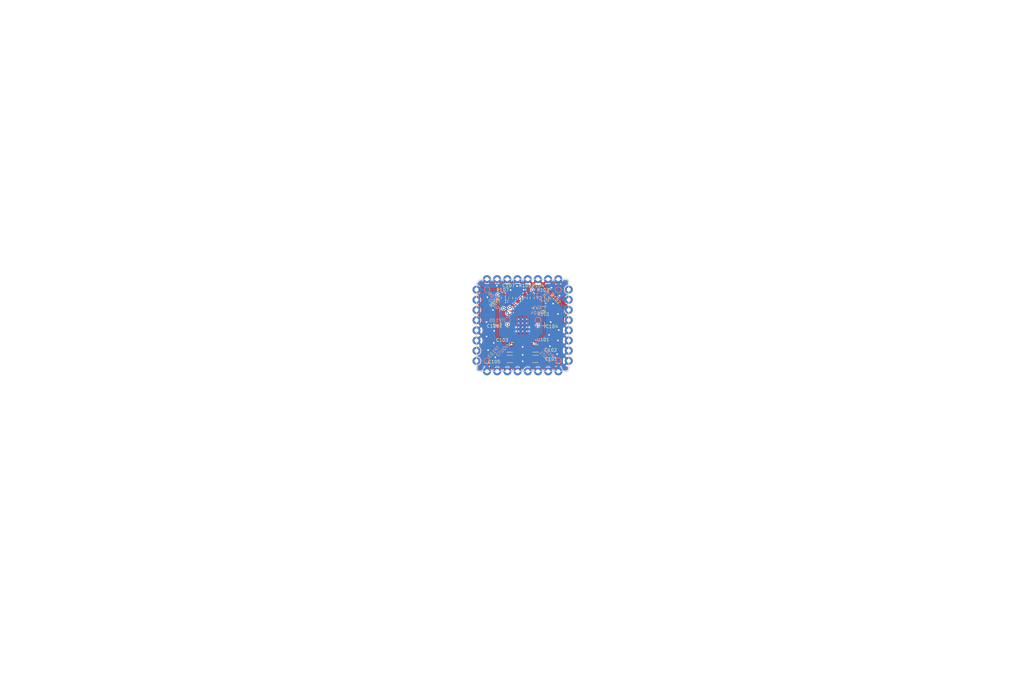
<source format=kicad_pcb>
(kicad_pcb (version 20240108) (generator "pcbnew") (generator_version "8.0")
  (title_block (title "bac EPS TPSM5D1806 Buck Module v1") (date "2025-01-15") (rev "1") (company "Build a CubeSat") (comment 1 "Manuel Imboden") (comment 2 "CC BY-SA 4.0") (comment 3 "https://buildacubesat.space"))
  (layers (0 "F.Cu" power) (1 "In1.Cu" signal) (2 "In2.Cu" signal) (31 "B.Cu" signal) (34 "B.Paste" user) (35 "F.Paste" user) (36 "B.SilkS" user "B.Silkscreen") (37 "F.SilkS" user "F.Silkscreen") (38 "B.Mask" user) (39 "F.Mask" user) (44 "Edge.Cuts" user))
  (net 0 "")
  (net 1 "GND")
  (net 3 "/VOUT2")
  (net 4 "Net-(U101-BP5)")
  (net 5 "GNDA")
  (net 6 "/VOUT1")
  (net 7 "/VIN")
  (net 9 "/PGOOD1")
  (net 11 "/EN1")
  (net 12 "/EN2")
  (net 13 "/FB2")
  (net 14 "/MODE2")
  (net 15 "/MODE1")
  (net 16 "/FB1")
  (net 17 "/SW1")
  (net 18 "/SW2")
  (footprint "Capacitor_SMD:C_1206_3216Metric" (layer "F.Cu") (at 154.6 100 -90)
    (property "Reference" "C104" (at 0.3 -2.7 180) (layer "F.SilkS") (effects (font (size 0.8 0.8) (thickness 0.1))))
    (property "Value" "100u")
    (fp_line (start -0.711252 0.91) (end 0.711252 0.91) (stroke (width 0.12)) (layer "F.SilkS"))
    (fp_line (start -0.711252 -0.91) (end 0.711252 -0.91) (stroke (width 0.12)) (layer "F.SilkS"))
    (pad "1" smd roundrect (at -1.475001 0 270) (size 1.15 1.8) (layers "F.Cu" "F.Paste" "F.Mask") (roundrect_rratio 0.217391) (net 7 "/VIN"))
    (pad "2" smd roundrect (at 1.475001 0 270) (size 1.15 1.8) (layers "F.Cu" "F.Paste" "F.Mask") (roundrect_rratio 0.217391) (net 1 "GND"))
  )
  (footprint "Capacitor_SMD:C_0603_1608Metric" (layer "F.Cu") (at 148.8 93.2 90)
    (property "Reference" "C107" (at 3.1 -2.3 180) (layer "F.SilkS") (effects (font (size 0.8 0.8) (thickness 0.1))))
    (property "Value" "10u")
    (fp_line (start -0.140581 -0.51) (end 0.140581 -0.51) (stroke (width 0.12)) (layer "F.SilkS"))
    (fp_line (start -0.140581 0.51) (end 0.140581 0.51) (stroke (width 0.12)) (layer "F.SilkS"))
    (pad "1" smd roundrect (at -0.775 0 90) (size 0.9 0.95) (layers "F.Cu" "F.Paste" "F.Mask") (net 4 "Net-(U101-BP5)"))
    (pad "2" smd roundrect (at 0.775 0 90) (size 0.9 0.95) (layers "F.Cu" "F.Paste" "F.Mask") (net 5 "GNDA"))
  )
  (footprint "Resistor_SMD:R_0603_1608Metric" (layer "F.Cu") (at 156 93.2 90)
    (property "Reference" "R102" (at -0.2 2.2 135) (layer "F.SilkS") (effects (font (size 0.8 0.8) (thickness 0.1))))
    (property "Value" "15k4")
    (fp_line (start -0.237258 -0.5225) (end 0.237258 -0.5225) (stroke (width 0.12)) (layer "F.SilkS"))
    (fp_line (start -0.237258 0.5225) (end 0.237258 0.5225) (stroke (width 0.12)) (layer "F.SilkS"))
    (pad "1" smd roundrect (at -0.825 0 90) (size 0.8 0.95) (layers "F.Cu" "F.Paste" "F.Mask") (net 15 "/MODE1"))
    (pad "2" smd roundrect (at 0.825 0 90) (size 0.8 0.95) (layers "F.Cu" "F.Paste" "F.Mask") (net 5 "GNDA"))
  )
  (footprint "Capacitor_SMD:C_1206_3216Metric" (layer "F.Cu") (at 146.8 108.4 180)
    (property "Reference" "C105" (at 3.9 -0.7 0) (layer "F.SilkS") (effects (font (size 0.8 0.8) (thickness 0.1))))
    (property "Value" "100u")
    (fp_line (start -0.711252 0.91) (end 0.711252 0.91) (stroke (width 0.12)) (layer "F.SilkS"))
    (fp_line (start -0.711252 -0.91) (end 0.711252 -0.91) (stroke (width 0.12)) (layer "F.SilkS"))
    (pad "1" smd roundrect (at -1.475001 0 180) (size 1.15 1.8) (layers "F.Cu" "F.Paste" "F.Mask") (roundrect_rratio 0.217391) (net 3 "/VOUT2"))
    (pad "2" smd roundrect (at 1.475001 0 180) (size 1.15 1.8) (layers "F.Cu" "F.Paste" "F.Mask") (roundrect_rratio 0.217391) (net 1 "GND"))
  )
  (footprint "Resistor_SMD:R_0603_1608Metric" (layer "F.Cu") (at 152.4 93.2 90)
    (property "Reference" "R104" (at 3.1 1.4 180) (layer "F.SilkS") (effects (font (size 0.8 0.8) (thickness 0.1))))
    (property "Value" "56k")
    (fp_line (start -0.237258 -0.5225) (end 0.237258 -0.5225) (stroke (width 0.12)) (layer "F.SilkS"))
    (fp_line (start -0.237258 0.5225) (end 0.237258 0.5225) (stroke (width 0.12)) (layer "F.SilkS"))
    (pad "1" smd roundrect (at -0.825 0 90) (size 0.8 0.95) (layers "F.Cu" "F.Paste" "F.Mask") (net 16 "/FB1"))
    (pad "2" smd roundrect (at 0.825 0 90) (size 0.8 0.95) (layers "F.Cu" "F.Paste" "F.Mask") (net 6 "/VOUT1"))
  )
  (footprint "Resistor_SMD:R_0603_1608Metric" (layer "F.Cu") (at 147 93.2 90)
    (property "Reference" "R107" (at 2 -2 180) (layer "F.SilkS") (effects (font (size 0.8 0.8) (thickness 0.1))))
    (property "Value" "10k")
    (fp_line (start -0.237258 -0.5225) (end 0.237258 -0.5225) (stroke (width 0.12)) (layer "F.SilkS"))
    (fp_line (start -0.237258 0.5225) (end 0.237258 0.5225) (stroke (width 0.12)) (layer "F.SilkS"))
    (pad "1" smd roundrect (at -0.825 0 90) (size 0.8 0.95) (layers "F.Cu" "F.Paste" "F.Mask") (net 13 "/FB2"))
    (pad "2" smd roundrect (at 0.825 0 90) (size 0.8 0.95) (layers "F.Cu" "F.Paste" "F.Mask") (net 1 "GND"))
  )
  (footprint "Resistor_SMD:R_0603_1608Metric" (layer "F.Cu") (at 155.2 95.8 180)
    (property "Reference" "R101" (at 0 -1.43 360) (layer "F.SilkS") (effects (font (size 0.8 0.8) (thickness 0.1))))
    (property "Value" "10k")
    (fp_line (start -0.237258 0.5225) (end 0.237258 0.5225) (stroke (width 0.12)) (layer "F.SilkS"))
    (fp_line (start -0.237258 -0.5225) (end 0.237258 -0.5225) (stroke (width 0.12)) (layer "F.SilkS"))
    (pad "1" smd roundrect (at -0.825 0 180) (size 0.8 0.95) (layers "F.Cu" "F.Paste" "F.Mask") (net 15 "/MODE1"))
    (pad "2" smd roundrect (at 0.825 0 180) (size 0.8 0.95) (layers "F.Cu" "F.Paste" "F.Mask") (net 14 "/MODE2"))
  )
  (footprint "bac EPS v1:TI-TPSM5D1806RDBR" (layer "F.Cu") (at 150 100)
    (property "Reference" "U101" (at 5.1 3.6 0) (layer "F.SilkS") (effects (font (size 0.8 0.8) (thickness 0.1))))
    (property "Value" "TI TPSM5D1806RDBR")
    (fp_line (start -2.799999 -4.299999) (end -2.250001 -4.299999) (stroke (width 0.15)) (layer "F.SilkS"))
    (fp_line (start -2.799999 -4.250009) (end -2.799999 -4.299999) (stroke (width 0.15)) (layer "F.SilkS"))
    (fp_line (start -2.799999 4.299999) (end -2.799999 4.250009) (stroke (width 0.15)) (layer "F.SilkS"))
    (fp_line (start -2.799999 4.299999) (end -2.250001 4.299999) (stroke (width 0.15)) (layer "F.SilkS"))
    (fp_line (start 2.250001 -4.299999) (end 2.799999 -4.299999) (stroke (width 0.15)) (layer "F.SilkS"))
    (fp_line (start 2.250001 4.299999) (end 2.799999 4.299999) (stroke (width 0.15)) (layer "F.SilkS"))
    (fp_line (start 2.799999 -4.250009) (end 2.799999 -4.299999) (stroke (width 0.15)) (layer "F.SilkS"))
    (fp_line (start 2.799999 4.299999) (end 2.799999 4.250009) (stroke (width 0.15)) (layer "F.SilkS"))
    (fp_circle (center -3.524999 -3.524999) (end -3.399998 -3.524999) (stroke (width 0.25)) (fill none) (layer "F.SilkS"))
    (pad "1" smd custom (at -2.267499 -3.5625) (size 0.256499 0.256499) (layers "F.Cu" "F.Mask") (net 12 "/EN2") (options (clearance outline) (anchor rect)) (primitives (gr_poly (pts (xy -0.687501 -0.061501) (xy -0.687501 0.137501) (xy -0.636501 0.1875) (xy 0.0925 0.1875) (xy 0.142502 0.1365) (xy 0.142499 -0.262499) (xy 0.091499 -0.312501) (xy -0.1075 -0.312501) (xy -0.1575 -0.2615) (xy -0.1575 -0.1635) (xy -0.2075 -0.112499) (xy -0.6325 -0.112499)) (width 0) (fill yes))))
    (pad "2" smd rect (at -2.6 -2.999999) (size 0.700001 0.249999) (layers "F.Cu" "F.Paste" "F.Mask"))
    (pad "3" smd rect (at -2.6 -2.5) (size 0.700001 0.249999) (layers "F.Cu" "F.Paste" "F.Mask") (net 9 "/PGOOD1"))
    (pad "4" smd rect (at -2.475 -2.000001) (size 0.95 0.249998) (layers "F.Cu" "F.Paste" "F.Mask") (net 7 "/VIN"))
    (pad "5" smd rect (at -2.475 -1.499998) (size 0.95 0.249994) (layers "F.Cu" "F.Paste" "F.Mask") (net 7 "/VIN"))
    (pad "6" smd rect (at -2.475 -1.000001) (size 0.95 0.249998) (layers "F.Cu" "F.Paste" "F.Mask") (net 7 "/VIN"))
    (pad "7" smd rect (at -2.6 -0.499999) (size 0.700001 0.249999) (layers "F.Cu" "F.Paste" "F.Mask"))
    (pad "8" smd rect (at -2.6 0) (size 0.700001 0.249999) (layers "F.Cu" "F.Paste" "F.Mask"))
    (pad "9" smd rect (at -2.6 0.499999) (size 0.700001 0.249999) (layers "F.Cu" "F.Paste" "F.Mask") (net 18 "/SW2"))
    (pad "10" smd rect (at -2.35 1.000001) (size 1.2 0.249999) (layers "F.Cu" "F.Paste" "F.Mask") (net 1 "GND"))
    (pad "11" smd rect (at -2.35 1.5) (size 1.2 0.249999) (layers "F.Cu" "F.Paste" "F.Mask") (net 1 "GND"))
    (pad "12" smd rect (at -2.35 2.000001) (size 1.2 0.249999) (layers "F.Cu" "F.Paste" "F.Mask") (net 1 "GND"))
    (pad "13" smd rect (at -2.6 2.5) (size 0.700001 0.249999) (layers "F.Cu" "F.Paste" "F.Mask") (net 3 "/VOUT2"))
    (pad "14" smd rect (at -2.6 2.999999) (size 0.700001 0.249999) (layers "F.Cu" "F.Paste" "F.Mask") (net 3 "/VOUT2"))
    (pad "15" smd custom (at -2.267499 3.5625) (size 0.256499 0.256499) (layers "F.Cu" "F.Mask") (net 3 "/VOUT2") (options (clearance outline) (anchor rect)) (primitives (gr_poly (pts (xy -0.687501 0.061501) (xy -0.687501 -0.137501) (xy -0.636501 -0.1875) (xy 0.0925 -0.1875) (xy 0.142502 -0.1365) (xy 0.142499 0.262499) (xy 0.091499 0.312501) (xy -0.1075 0.312501) (xy -0.1575 0.2615) (xy -0.1575 0.1635) (xy -0.2075 0.112499) (xy -0.6325 0.112499)) (width 0) (fill yes))))
    (pad "16" smd rect (at -1.749999 3.85 90) (size 0.700001 0.249999) (layers "F.Cu" "F.Paste" "F.Mask") (net 3 "/VOUT2"))
    (pad "17" smd rect (at -1.25 3.85 90) (size 0.700001 0.249999) (layers "F.Cu" "F.Paste" "F.Mask") (net 3 "/VOUT2"))
    (pad "18" smd rect (at -0.750001 3.85 90) (size 0.700001 0.249999) (layers "F.Cu" "F.Paste" "F.Mask") (net 3 "/VOUT2"))
    (pad "19" smd rect (at -0.25 3.85 90) (size 0.700001 0.249999) (layers "F.Cu" "F.Paste" "F.Mask") (net 3 "/VOUT2"))
    (pad "20" smd rect (at 0.25 3.85 90) (size 0.700001 0.249999) (layers "F.Cu" "F.Paste" "F.Mask") (net 6 "/VOUT1"))
    (pad "21" smd rect (at 0.750001 3.85 90) (size 0.700001 0.249999) (layers "F.Cu" "F.Paste" "F.Mask") (net 6 "/VOUT1"))
    (pad "22" smd rect (at 1.25 3.85 90) (size 0.700001 0.249999) (layers "F.Cu" "F.Paste" "F.Mask") (net 6 "/VOUT1"))
    (pad "23" smd rect (at 1.749999 3.85 90) (size 0.700001 0.249999) (layers "F.Cu" "F.Paste" "F.Mask") (net 6 "/VOUT1"))
    (pad "24" smd custom (at 2.312497 3.5625) (size 0.323647 0.323647) (layers "F.Cu" "F.Mask") (net 6 "/VOUT1") (options (clearance outline) (anchor rect)) (primitives (gr_poly (pts (xy 0.642503 0.061501) (xy 0.642503 -0.137501) (xy 0.591503 -0.1875) (xy -0.137498 -0.1875) (xy -0.1875 -0.1365) (xy -0.187497 0.262499) (xy -0.136497 0.312501) (xy 0.062502 0.312501) (xy 0.112502 0.2615) (xy 0.112505 0.1635) (xy 0.162502 0.112499) (xy 0.587502 0.112499)) (width 0) (fill yes))))
    (pad "25" smd rect (at 2.6 2.999999) (size 0.700001 0.249999) (layers "F.Cu" "F.Paste" "F.Mask") (net 6 "/VOUT1"))
    (pad "26" smd rect (at 2.6 2.5) (size 0.700001 0.249999) (layers "F.Cu" "F.Paste" "F.Mask") (net 6 "/VOUT1"))
    (pad "27" smd rect (at 2.35 2.000001) (size 1.2 0.249999) (layers "F.Cu" "F.Paste" "F.Mask") (net 1 "GND"))
    (pad "28" smd rect (at 2.35 1.5) (size 1.2 0.249999) (layers "F.Cu" "F.Paste" "F.Mask") (net 1 "GND"))
    (pad "29" smd rect (at 2.35 1.000001) (size 1.2 0.249999) (layers "F.Cu" "F.Paste" "F.Mask") (net 1 "GND"))
    (pad "30" smd rect (at 2.6 0.499999) (size 0.700001 0.249999) (layers "F.Cu" "F.Paste" "F.Mask") (net 17 "/SW1"))
    (pad "31" smd rect (at 2.6 0) (size 0.700001 0.249999) (layers "F.Cu" "F.Paste" "F.Mask"))
    (pad "32" smd rect (at 2.6 -0.499999) (size 0.700001 0.249999) (layers "F.Cu" "F.Paste" "F.Mask"))
    (pad "33" smd rect (at 2.475 -1.000001) (size 0.95 0.249998) (layers "F.Cu" "F.Paste" "F.Mask") (net 7 "/VIN"))
    (pad "34" smd rect (at 2.475 -1.499999) (size 0.95 0.249996) (layers "F.Cu" "F.Paste" "F.Mask") (net 7 "/VIN"))
    (pad "35" smd rect (at 2.475 -2.000001) (size 0.95 0.249998) (layers "F.Cu" "F.Paste" "F.Mask") (net 7 "/VIN"))
    (pad "36" smd rect (at 2.6 -2.5) (size 0.700001 0.249999) (layers "F.Cu" "F.Paste" "F.Mask"))
    (pad "37" smd rect (at 2.6 -2.999999) (size 0.700001 0.249999) (layers "F.Cu" "F.Paste" "F.Mask") (net 15 "/MODE1"))
    (pad "38" smd custom (at 2.312497 -3.5625) (size 0.323647 0.323647) (layers "F.Cu" "F.Mask") (net 14 "/MODE2") (options (clearance outline) (anchor rect)) (primitives (gr_poly (pts (xy 0.642503 -0.061501) (xy 0.642503 0.137501) (xy 0.591503 0.1875) (xy -0.137498 0.1875) (xy -0.1875 0.1365) (xy -0.187497 -0.262499) (xy -0.136497 -0.312501) (xy 0.062502 -0.312501) (xy 0.112502 -0.2615) (xy 0.112502 -0.1635) (xy 0.162502 -0.112499) (xy 0.587502 -0.112499)) (width 0) (fill yes))))
    (pad "39" smd rect (at 1.749999 -3.85 90) (size 0.700001 0.249999) (layers "F.Cu" "F.Paste" "F.Mask"))
    (pad "40" smd rect (at 1.25 -3.85 90) (size 0.700001 0.249999) (layers "F.Cu" "F.Paste" "F.Mask") (net 16 "/FB1"))
    (pad "41" smd rect (at 0.750001 -3.85 90) (size 0.700001 0.249999) (layers "F.Cu" "F.Paste" "F.Mask") (net 5 "GNDA"))
    (pad "42" smd rect (at 0.25 -3.85 90) (size 0.700001 0.249999) (layers "F.Cu" "F.Paste" "F.Mask") (net 5 "GNDA"))
    (pad "43" smd rect (at -0.25 -3.85 90) (size 0.700001 0.249999) (layers "F.Cu" "F.Paste" "F.Mask") (net 5 "GNDA"))
    (pad "44" smd rect (at -0.750001 -3.85 90) (size 0.700001 0.249999) (layers "F.Cu" "F.Paste" "F.Mask") (net 4 "Net-(U101-BP5)"))
    (pad "45" smd rect (at -1.25 -3.85 90) (size 0.700001 0.249999) (layers "F.Cu" "F.Paste" "F.Mask") (net 13 "/FB2"))
    (pad "46" smd rect (at -1.749999 -3.85 90) (size 0.700001 0.249999) (layers "F.Cu" "F.Paste" "F.Mask") (net 11 "/EN1"))
    (pad "47" smd custom (at 0 -2.060001) (size 2.45 0.820001) (layers "F.Cu") (net 1 "GND") (options (clearance outline) (anchor rect)) (primitives (gr_poly (pts (xy -1.25 -0.389999) (xy -1.2 -0.439999) (xy 1.2 -0.439999) (xy 1.25 -0.389999) (xy 1.25 4.510001) (xy 1.2 4.560001) (xy -1.2 4.560001) (xy -1.25 4.510001)) (width 0) (fill yes))))
    (pad "52" thru_hole circle (at -1.000001 -1.5) (size 0.6 0.6) (drill 0.3) (layers "*.Cu" "*.Mask") (net 1 "GND"))
    (pad "53" thru_hole circle (at -1.000001 -0.499999) (size 0.6 0.6) (drill 0.3) (layers "*.Cu" "*.Mask") (net 1 "GND"))
    (pad "54" thru_hole circle (at -1.000001 0.499999) (size 0.6 0.6) (drill 0.3) (layers "*.Cu" "*.Mask") (net 1 "GND"))
    (pad "55" thru_hole circle (at -1.000001 1.5) (size 0.6 0.6) (drill 0.3) (layers "*.Cu" "*.Mask") (net 1 "GND"))
    (pad "56" thru_hole circle (at 1.000001 -1.5) (size 0.6 0.6) (drill 0.3) (layers "*.Cu" "*.Mask") (net 1 "GND"))
    (pad "57" thru_hole circle (at 1.000001 -0.499999) (size 0.6 0.6) (drill 0.3) (layers "*.Cu" "*.Mask") (net 1 "GND"))
    (pad "58" thru_hole circle (at 1.000001 0.499999) (size 0.6 0.6) (drill 0.3) (layers "*.Cu" "*.Mask") (net 1 "GND"))
    (pad "59" thru_hole circle (at 1.000001 1.5) (size 0.6 0.6) (drill 0.3) (layers "*.Cu" "*.Mask") (net 1 "GND"))
    (pad "60" thru_hole circle (at 0 -1.5) (size 0.6 0.6) (drill 0.3) (layers "*.Cu" "*.Mask") (net 1 "GND"))
    (pad "61" thru_hole circle (at 0 -0.499999) (size 0.6 0.6) (drill 0.3) (layers "*.Cu" "*.Mask") (net 1 "GND"))
    (pad "62" thru_hole circle (at 0 0.499999) (size 0.6 0.6) (drill 0.3) (layers "*.Cu" "*.Mask") (net 1 "GND"))
    (pad "63" thru_hole circle (at 0 1.5) (size 0.6 0.6) (drill 0.3) (layers "*.Cu" "*.Mask") (net 1 "GND"))
  )
  (footprint "Resistor_SMD:R_0603_1608Metric" (layer "F.Cu") (at 154.2 93.2 90)
    (property "Reference" "R103" (at 2 0.9 180) (layer "F.SilkS") (effects (font (size 0.8 0.8) (thickness 0.1))))
    (property "Value" "17k4")
    (fp_line (start -0.237258 -0.5225) (end 0.237258 -0.5225) (stroke (width 0.12)) (layer "F.SilkS"))
    (fp_line (start -0.237258 0.5225) (end 0.237258 0.5225) (stroke (width 0.12)) (layer "F.SilkS"))
    (pad "1" smd roundrect (at -0.825 0 90) (size 0.8 0.95) (layers "F.Cu" "F.Paste" "F.Mask") (net 14 "/MODE2"))
    (pad "2" smd roundrect (at 0.825 0 90) (size 0.8 0.95) (layers "F.Cu" "F.Paste" "F.Mask") (net 5 "GNDA"))
  )
  (footprint "Capacitor_SMD:C_1206_3216Metric" (layer "F.Cu") (at 153.2 105.8)
    (property "Reference" "C102" (at 3.8 0.4 0) (layer "F.SilkS") (effects (font (size 0.8 0.8) (thickness 0.1))))
    (property "Value" "100u")
    (fp_line (start -0.711252 -0.91) (end 0.711252 -0.91) (stroke (width 0.12)) (layer "F.SilkS"))
    (fp_line (start -0.711252 0.91) (end 0.711252 0.91) (stroke (width 0.12)) (layer "F.SilkS"))
    (pad "1" smd roundrect (at -1.475 0) (size 1.15 1.8) (layers "F.Cu" "F.Paste" "F.Mask") (roundrect_rratio 0.217391) (net 6 "/VOUT1"))
    (pad "2" smd roundrect (at 1.475 0) (size 1.15 1.8) (layers "F.Cu" "F.Paste" "F.Mask") (roundrect_rratio 0.217391) (net 1 "GND"))
  )
  (footprint "NetTie:NetTie-2_SMD_Pad0.5mm" (layer "F.Cu") (at 147.8 92.4 180)
    (property "Reference" "NT101" (hide yes))
    (property "Value" "NetTie_2" (hide yes))
    (fp_poly (pts (xy -0.5 -0.25) (xy 0.5 -0.25) (xy 0.5 0.25) (xy -0.5 0.25)) (fill solid) (layer "F.Cu"))
    (pad "1" smd circle (at -0.499999 0 180) (size 0.5 0.5) (layers "F.Cu") (net 5 "GNDA"))
    (pad "2" smd circle (at 0.499999 0 180) (size 0.5 0.5) (layers "F.Cu") (net 1 "GND"))
  )
  (footprint "Resistor_SMD:R_0603_1608Metric" (layer "F.Cu") (at 150.6 93.2 90)
    (property "Reference" "R105" (at 3.1 0 180) (layer "F.SilkS") (effects (font (size 0.8 0.8) (thickness 0.1))))
    (property "Value" "10k")
    (fp_line (start -0.237258 -0.5225) (end 0.237258 -0.5225) (stroke (width 0.12)) (layer "F.SilkS"))
    (fp_line (start -0.237258 0.5225) (end 0.237258 0.5225) (stroke (width 0.12)) (layer "F.SilkS"))
    (pad "1" smd roundrect (at -0.825 0 90) (size 0.8 0.95) (layers "F.Cu" "F.Paste" "F.Mask") (net 16 "/FB1"))
    (pad "2" smd roundrect (at 0.825 0 90) (size 0.8 0.95) (layers "F.Cu" "F.Paste" "F.Mask") (net 1 "GND"))
  )
  (footprint "bac EPS v1:bac-eps-v1-module-8P-pad-row" (layer "F.Cu") (at 138.5 100 90)
    (property "Reference" "J101" (hide yes))
    (property "Value" "Conn_01x08_Socket")
    (pad "1" thru_hole circle (at -8.9 0 90) (size 2 2) (drill 1) (property pad_prop_castellated) (layers "*.Cu" "*.Mask"))
    (pad "2" thru_hole circle (at -6.36 0 90) (size 2 2) (drill 1) (property pad_prop_castellated) (layers "*.Cu" "*.Mask"))
    (pad "3" thru_hole circle (at -3.82 0 90) (size 2 2) (drill 1) (property pad_prop_castellated) (layers "*.Cu" "*.Mask") (net 1 "GND"))
    (pad "4" thru_hole circle (at -1.28 0 90) (size 2 2) (drill 1) (property pad_prop_castellated) (layers "*.Cu" "*.Mask") (net 1 "GND"))
    (pad "5" thru_hole circle (at 1.26 0 90) (size 2 2) (drill 1) (property pad_prop_castellated) (layers "*.Cu" "*.Mask") (net 1 "GND"))
    (pad "6" thru_hole circle (at 3.8 0 90) (size 2 2) (drill 1) (property pad_prop_castellated) (layers "*.Cu" "*.Mask") (net 1 "GND"))
    (pad "7" thru_hole circle (at 6.34 0 90) (size 2 2) (drill 1) (property pad_prop_castellated) (layers "*.Cu" "*.Mask") (net 1 "GND"))
    (pad "8" thru_hole circle (at 8.88 0 90) (size 2 2) (drill 1) (property pad_prop_castellated) (layers "*.Cu" "*.Mask") (net 9 "/PGOOD1"))
  )
  (footprint "bac EPS v1:bac-eps-v1-module-8P-pad-row" (layer "F.Cu") (at 150 88.5)
    (property "Reference" "J102" (hide yes))
    (property "Value" "Conn_01x08_Socket")
    (pad "1" thru_hole circle (at -8.9 0) (size 2 2) (drill 1) (property pad_prop_castellated) (layers "*.Cu" "*.Mask") (net 7 "/VIN"))
    (pad "2" thru_hole circle (at -6.36 0) (size 2 2) (drill 1) (property pad_prop_castellated) (layers "*.Cu" "*.Mask") (net 7 "/VIN"))
    (pad "3" thru_hole circle (at -3.82 0) (size 2 2) (drill 1) (property pad_prop_castellated) (layers "*.Cu" "*.Mask") (net 7 "/VIN"))
    (pad "4" thru_hole circle (at -1.28 0) (size 2 2) (drill 1) (property pad_prop_castellated) (layers "*.Cu" "*.Mask") (net 7 "/VIN"))
    (pad "5" thru_hole circle (at 1.26 0) (size 2 2) (drill 1) (property pad_prop_castellated) (layers "*.Cu" "*.Mask") (net 7 "/VIN"))
    (pad "6" thru_hole circle (at 3.8 0) (size 2 2) (drill 1) (property pad_prop_castellated) (layers "*.Cu" "*.Mask") (net 7 "/VIN"))
    (pad "7" thru_hole circle (at 6.34 0) (size 2 2) (drill 1) (property pad_prop_castellated) (layers "*.Cu" "*.Mask") (net 7 "/VIN"))
    (pad "8" thru_hole circle (at 8.88 0) (size 2 2) (drill 1) (property pad_prop_castellated) (layers "*.Cu" "*.Mask") (net 7 "/VIN"))
  )
  (footprint "Capacitor_SMD:C_1206_3216Metric" (layer "F.Cu") (at 146.8 105.8 180)
    (property "Reference" "C103" (at 1.9 2.1 0) (layer "F.SilkS") (effects (font (size 0.8 0.8) (thickness 0.1))))
    (property "Value" "100u")
    (fp_line (start -0.711252 0.91) (end 0.711252 0.91) (stroke (width 0.12)) (layer "F.SilkS"))
    (fp_line (start -0.711252 -0.91) (end 0.711252 -0.91) (stroke (width 0.12)) (layer "F.SilkS"))
    (pad "1" smd roundrect (at -1.475001 0 180) (size 1.15 1.8) (layers "F.Cu" "F.Paste" "F.Mask") (roundrect_rratio 0.217391) (net 3 "/VOUT2"))
    (pad "2" smd roundrect (at 1.475001 0 180) (size 1.15 1.8) (layers "F.Cu" "F.Paste" "F.Mask") (roundrect_rratio 0.217391) (net 1 "GND"))
  )
  (footprint "Capacitor_SMD:C_1206_3216Metric" (layer "F.Cu") (at 153.2 108.4)
    (property "Reference" "C101" (at 3.9 0 0) (layer "F.SilkS") (effects (font (size 0.8 0.8) (thickness 0.1))))
    (property "Value" "100u")
    (fp_line (start -0.711252 -0.91) (end 0.711252 -0.91) (stroke (width 0.12)) (layer "F.SilkS"))
    (fp_line (start -0.711252 0.91) (end 0.711252 0.91) (stroke (width 0.12)) (layer "F.SilkS"))
    (pad "1" smd roundrect (at -1.475 0) (size 1.15 1.8) (layers "F.Cu" "F.Paste" "F.Mask") (roundrect_rratio 0.217391) (net 6 "/VOUT1"))
    (pad "2" smd roundrect (at 1.475 0) (size 1.15 1.8) (layers "F.Cu" "F.Paste" "F.Mask") (roundrect_rratio 0.217391) (net 1 "GND"))
  )
  (footprint "Capacitor_SMD:C_1206_3216Metric" (layer "F.Cu") (at 145.4 100 -90)
    (property "Reference" "C106" (at 0.2 2.8 180) (layer "F.SilkS") (effects (font (size 0.8 0.8) (thickness 0.1))))
    (property "Value" "100u")
    (fp_line (start -0.711252 0.91) (end 0.711252 0.91) (stroke (width 0.12)) (layer "F.SilkS"))
    (fp_line (start -0.711252 -0.91) (end 0.711252 -0.91) (stroke (width 0.12)) (layer "F.SilkS"))
    (pad "1" smd roundrect (at -1.475001 0 270) (size 1.15 1.8) (layers "F.Cu" "F.Paste" "F.Mask") (roundrect_rratio 0.217391) (net 7 "/VIN"))
    (pad "2" smd roundrect (at 1.475001 0 270) (size 1.15 1.8) (layers "F.Cu" "F.Paste" "F.Mask") (roundrect_rratio 0.217391) (net 1 "GND"))
  )
  (footprint "bac EPS v1:bac-eps-v1-module-8P-pad-row" (layer "F.Cu") (at 150 111.5 180)
    (property "Reference" "J103" (hide yes))
    (property "Value" "Conn_01x08_Socket")
    (pad "1" thru_hole circle (at -8.9 0 180) (size 2 2) (drill 1) (property pad_prop_castellated) (layers "*.Cu" "*.Mask") (net 6 "/VOUT1"))
    (pad "2" thru_hole circle (at -6.36 0 180) (size 2 2) (drill 1) (property pad_prop_castellated) (layers "*.Cu" "*.Mask") (net 6 "/VOUT1"))
    (pad "3" thru_hole circle (at -3.82 0 180) (size 2 2) (drill 1) (property pad_prop_castellated) (layers "*.Cu" "*.Mask") (net 6 "/VOUT1"))
    (pad "4" thru_hole circle (at -1.28 0 180) (size 2 2) (drill 1) (property pad_prop_castellated) (layers "*.Cu" "*.Mask") (net 6 "/VOUT1"))
    (pad "5" thru_hole circle (at 1.26 0 180) (size 2 2) (drill 1) (property pad_prop_castellated) (layers "*.Cu" "*.Mask") (net 3 "/VOUT2"))
    (pad "6" thru_hole circle (at 3.8 0 180) (size 2 2) (drill 1) (property pad_prop_castellated) (layers "*.Cu" "*.Mask") (net 3 "/VOUT2"))
    (pad "7" thru_hole circle (at 6.34 0 180) (size 2 2) (drill 1) (property pad_prop_castellated) (layers "*.Cu" "*.Mask") (net 3 "/VOUT2"))
    (pad "8" thru_hole circle (at 8.88 0 180) (size 2 2) (drill 1) (property pad_prop_castellated) (layers "*.Cu" "*.Mask") (net 3 "/VOUT2"))
  )
  (footprint "Resistor_SMD:R_0603_1608Metric" (layer "F.Cu") (at 145.2 93.2 90)
    (property "Reference" "R106" (at -1.1 -2.2 45) (layer "F.SilkS") (effects (font (size 0.8 0.8) (thickness 0.1))))
    (property "Value" "90k")
    (fp_line (start -0.237258 -0.5225) (end 0.237258 -0.5225) (stroke (width 0.12)) (layer "F.SilkS"))
    (fp_line (start -0.237258 0.5225) (end 0.237258 0.5225) (stroke (width 0.12)) (layer "F.SilkS"))
    (pad "1" smd roundrect (at -0.825 0 90) (size 0.8 0.95) (layers "F.Cu" "F.Paste" "F.Mask") (net 13 "/FB2"))
    (pad "2" smd roundrect (at 0.825 0 90) (size 0.8 0.95) (layers "F.Cu" "F.Paste" "F.Mask") (net 3 "/VOUT2"))
  )
  (footprint "bac EPS v1:bac-eps-v1-module-8P-pad-row" (layer "F.Cu") (at 161.5 100 -90)
    (property "Reference" "J104" (hide yes))
    (property "Value" "Conn_01x08_Socket")
    (pad "1" thru_hole circle (at -8.9 0 270) (size 2 2) (drill 1) (property pad_prop_castellated) (layers "*.Cu" "*.Mask"))
    (pad "2" thru_hole circle (at -6.36 0 270) (size 2 2) (drill 1) (property pad_prop_castellated) (layers "*.Cu" "*.Mask") (net 11 "/EN1"))
    (pad "3" thru_hole circle (at -3.82 0 270) (size 2 2) (drill 1) (property pad_prop_castellated) (layers "*.Cu" "*.Mask") (net 12 "/EN2"))
    (pad "4" thru_hole circle (at -1.28 0 270) (size 2 2) (drill 1) (property pad_prop_castellated) (layers "*.Cu" "*.Mask") (net 1 "GND"))
    (pad "5" thru_hole circle (at 1.26 0 270) (size 2 2) (drill 1) (property pad_prop_castellated) (layers "*.Cu" "*.Mask") (net 1 "GND"))
    (pad "6" thru_hole circle (at 3.8 0 270) (size 2 2) (drill 1) (property pad_prop_castellated) (layers "*.Cu" "*.Mask") (net 1 "GND"))
    (pad "7" thru_hole circle (at 6.34 0 270) (size 2 2) (drill 1) (property pad_prop_castellated) (layers "*.Cu" "*.Mask") (net 1 "GND"))
    (pad "8" thru_hole circle (at 8.88 0 270) (size 2 2) (drill 1) (property pad_prop_castellated) (layers "*.Cu" "*.Mask") (net 1 "GND"))
  )
  (footprint "TestPoint:TestPoint_Pad_D1.0mm" (layer "B.Cu") (at 158.89 91.11 180)
    (property "Reference" "TP101" (at 2.19 -2.09 45) (layer "B.SilkS") (effects (font (size 0.8 0.8) (thickness 0.1)) (justify mirror)))
    (property "Value" "TestPoint")
    (fp_circle (center 0 0) (end 0 -0.7) (stroke (width 0.12)) (fill none) (layer "B.SilkS"))
    (pad "1" smd circle (at 0 0 180) (size 1 1) (layers "B.Cu" "B.Mask") (net 7 "/VIN"))
  )
  (footprint "TestPoint:TestPoint_Pad_D1.0mm" (layer "B.Cu") (at 153.81 98.73 180)
    (property "Reference" "TP104" (at 0 1.83 0) (layer "B.SilkS") (effects (font (size 0.8 0.8) (thickness 0.1)) (justify mirror)))
    (property "Value" "TestPoint")
    (fp_circle (center 0 0) (end 0 -0.7) (stroke (width 0.12)) (fill none) (layer "B.SilkS"))
    (pad "1" smd circle (at 0 0 180) (size 1 1) (layers "B.Cu" "B.Mask") (net 17 "/SW1"))
  )
  (footprint "TestPoint:TestPoint_Pad_D1.0mm" (layer "B.Cu") (at 158.89 108.89 180)
    (property "Reference" "TP102" (at 2.19 1.79 -45) (layer "B.SilkS") (effects (font (size 0.8 0.8) (thickness 0.1)) (justify mirror)))
    (property "Value" "TestPoint")
    (fp_circle (center 0 0) (end 0 -0.7) (stroke (width 0.12)) (fill none) (layer "B.SilkS"))
    (pad "1" smd circle (at 0 0 180) (size 1 1) (layers "B.Cu" "B.Mask") (net 6 "/VOUT1"))
  )
  (footprint "TestPoint:TestPoint_Pad_D1.0mm" (layer "B.Cu") (at 141.11 108.89 180)
    (property "Reference" "TP103" (at -1.69 2.19 45) (layer "B.SilkS") (effects (font (size 0.8 0.8) (thickness 0.1)) (justify mirror)))
    (property "Value" "TestPoint")
    (fp_circle (center 0 0) (end 0 -0.7) (stroke (width 0.12)) (fill none) (layer "B.SilkS"))
    (pad "1" smd circle (at 0 0 180) (size 1 1) (layers "B.Cu" "B.Mask") (net 3 "/VOUT2"))
  )
  (footprint "TestPoint:TestPoint_Pad_D1.0mm" (layer "B.Cu") (at 146.19 98.73 180)
    (property "Reference" "TP105" (at 2.69 -0.07 0) (layer "B.SilkS") (effects (font (size 0.8 0.8) (thickness 0.1)) (justify mirror)))
    (property "Value" "TestPoint")
    (fp_circle (center 0 0) (end 0 -0.7) (stroke (width 0.12)) (fill none) (layer "B.SilkS"))
    (pad "1" smd circle (at 0 0 180) (size 1 1) (layers "B.Cu" "B.Mask") (net 18 "/SW2"))
  )
  (footprint "TestPoint:TestPoint_Pad_D1.0mm" (layer "B.Cu") (at 141.11 91.11 180)
    (property "Reference" "TP106" (at -1.79 -2.09 -45) (layer "B.SilkS") (effects (font (size 0.8 0.8) (thickness 0.1)) (justify mirror)))
    (property "Value" "TestPoint")
    (fp_circle (center 0 0) (end 0 -0.7) (stroke (width 0.12)) (fill none) (layer "B.SilkS"))
    (pad "1" smd circle (at 0 0 180) (size 1 1) (layers "B.Cu" "B.Mask") (net 9 "/PGOOD1"))
  )
  (gr_arc (start 138.5 90) (mid 138.93934 88.93934) (end 140 88.5) (stroke (width 0.2)) (layer "Edge.Cuts"))
  (gr_line (start 161.5 89) (end 161.5 111) (stroke (width 0.2)) (layer "Edge.Cuts"))
  (gr_arc (start 161.5 111) (mid 161.353553 111.353553) (end 161 111.5) (stroke (width 0.2)) (layer "Edge.Cuts"))
  (gr_arc (start 139 111.5) (mid 138.646447 111.353553) (end 138.5 111) (stroke (width 0.2)) (layer "Edge.Cuts"))
  (gr_line (start 140 88.5) (end 161 88.5) (stroke (width 0.2)) (layer "Edge.Cuts"))
  (gr_arc (start 161 88.5) (mid 161.353553 88.646447) (end 161.5 89) (stroke (width 0.2)) (layer "Edge.Cuts"))
  (gr_line (start 161 111.5) (end 139 111.5) (stroke (width 0.2)) (layer "Edge.Cuts"))
  (gr_line (start 138.5 111) (end 138.5 90) (stroke (width 0.2)) (layer "Edge.Cuts"))
  (gr_text "VIN" (at 156.9 91.8 45) (layer "B.SilkS") (effects (font (size 0.8 0.8) (thickness 0.1)) (justify left bottom mirror)))
  (gr_text "PGOOD" (at 144.2 96.8 -45) (layer "B.SilkS") (effects (font (size 0.8 0.8) (thickness 0.1)) (justify left bottom mirror)))
  (gr_text "SW2" (at 145 100.5 0) (layer "B.SilkS") (effects (font (size 0.8 0.8) (thickness 0.1)) (justify left bottom mirror)))
  (gr_text "VOUT1" (at 156.7 109.6 315) (layer "B.SilkS") (effects (font (size 0.8 0.8) (thickness 0.1)) (justify left bottom mirror)))
  (gr_text "VOUT2" (at 146.6 105.3 45) (layer "B.SilkS") (effects (font (size 0.8 0.8) (thickness 0.1)) (justify left bottom mirror)))
  (gr_text "SW1" (at 154.9 96.1 0) (layer "B.SilkS") (effects (font (size 0.8 0.8) (thickness 0.1)) (justify left bottom mirror)))
  (segment (start 150.6 91.5) (end 150.6 92.375) (width 0.3) (layer "F.Cu") (net 1))
  (segment (start 147.025 92.4) (end 147 92.375) (width 0.5) (layer "F.Cu") (net 1))
  (segment (start 150.255025 91.155025) (end 150.6 91.5) (width 0.3) (layer "F.Cu") (net 1))
  (segment (start 147.300001 92.4) (end 147.025 92.4) (width 0.5) (layer "F.Cu") (net 1))
  (segment (start 147 92.099999) (end 147 91.2) (width 0.5) (layer "F.Cu") (net 1))
  (segment (start 147.300001 92.4) (end 147 92.099999) (width 0.5) (layer "F.Cu") (net 1))
  (via (at 143.2 108) (size 0.8) (drill 0.4) (layers "F.Cu" "B.Cu") (net 1))
  (via (at 141 99.2) (size 0.8) (drill 0.4) (layers "F.Cu" "B.Cu") (net 1))
  (via (at 157 99.2) (size 0.8) (drill 0.4) (layers "F.Cu" "B.Cu") (net 1))
  (via (at 142.9 101.4) (size 0.8) (drill 0.4) (layers "F.Cu" "B.Cu") (net 1))
  (via (at 147 91.2) (size 0.8) (drill 0.4) (layers "F.Cu" "B.Cu") (net 1))
  (via (at 142.8 104.4) (size 0.8) (drill 0.4) (layers "F.Cu" "B.Cu") (net 1))
  (via (at 150 105.4) (size 0.8) (drill 0.4) (layers "F.Cu" "B.Cu") (net 1))
  (via (at 141 102.8) (size 0.8) (drill 0.4) (layers "F.Cu" "B.Cu") (net 1))
  (via (at 141.2 93) (size 0.8) (drill 0.4) (layers "F.Cu" "B.Cu") (net 1))
  (via (at 156.8 105.2) (size 0.8) (drill 0.4) (layers "F.Cu" "B.Cu") (net 1))
  (via (at 158.8 103.8) (size 0.8) (drill 0.4) (layers "F.Cu" "B.Cu") (net 1))
  (via (at 157.2 90.6) (size 0.8) (drill 0.4) (layers "F.Cu" "B.Cu") (net 1))
  (via (at 159 101.2) (size 0.8) (drill 0.4) (layers "F.Cu" "B.Cu") (net 1))
  (via (at 150 109) (size 0.8) (drill 0.4) (layers "F.Cu" "B.Cu") (net 1))
  (via (at 148.6 90.2) (size 0.8) (drill 0.4) (layers "F.Cu" "B.Cu") (net 1))
  (via (at 157.6 94.6) (size 0.8) (drill 0.4) (layers "F.Cu" "B.Cu") (net 1))
  (via (at 141.4 106.2) (size 0.8) (drill 0.4) (layers "F.Cu" "B.Cu") (net 1))
  (via (at 142.6 96.2) (size 0.8) (drill 0.4) (layers "F.Cu" "B.Cu") (net 1))
  (via (at 158.8 97.2) (size 0.8) (drill 0.4) (layers "F.Cu" "B.Cu") (net 1))
  (via (at 156.6 102.4) (size 0.8) (drill 0.4) (layers "F.Cu" "B.Cu") (net 1))
  (via (at 143.590792 90.099245) (size 0.8) (drill 0.4) (layers "F.Cu" "B.Cu") (net 1))
  (via (at 150 107.4) (size 0.8) (drill 0.4) (layers "F.Cu" "B.Cu") (net 1))
  (via (at 159.2 92.6) (size 0.8) (drill 0.4) (layers "F.Cu" "B.Cu") (net 1))
  (via (at 158.6 107.2) (size 0.8) (drill 0.4) (layers "F.Cu" "B.Cu") (net 1))
  (via (at 150.255025 91.155025) (size 0.8) (drill 0.4) (layers "F.Cu" "B.Cu") (net 1))
  (segment (start 145.2 92.375) (end 143.825 92.375) (width 0.3) (layer "F.Cu") (net 3))
  (segment (start 143.825 92.375) (end 143.8 92.4) (width 0.3) (layer "F.Cu") (net 3))
  (via (at 143.8 92.4) (size 0.8) (drill 0.4) (layers "F.Cu" "B.Cu") (net 3))
  (via (at 147.2 104.8) (size 0.8) (drill 0.4) (layers "F.Cu" "B.Cu") (net 3))
  (segment (start 143.65 92.55) (end 143.65 102.65) (width 0.3) (layer "B.Cu") (net 3))
  (segment (start 143.8 92.4) (end 143.65 92.55) (width 0.3) (layer "B.Cu") (net 3))
  (segment (start 141.11 108.89) (end 141.11 111.14) (width 0.2) (layer "B.Cu") (net 3))
  (segment (start 143.65 102.65) (end 145.8 104.8) (width 0.3) (layer "B.Cu") (net 3))
  (segment (start 145.8 104.8) (end 147.2 104.8) (width 0.3) (layer "B.Cu") (net 3))
  (segment (start 141.11 111.14) (end 141.12 111.15) (width 0.2) (layer "B.Cu") (net 3))
  (segment (start 149.249999 94.424999) (end 148.8 93.975) (width 0.2) (layer "F.Cu") (net 4))
  (segment (start 149.249999 96.15) (end 149.249999 94.424999) (width 0.2) (layer "F.Cu") (net 4))
  (segment (start 148.8 92.425) (end 149.0125 92.425) (width 0.2) (layer "F.Cu") (net 5))
  (segment (start 148.775 92.4) (end 148.8 92.425) (width 0.5) (layer "F.Cu") (net 5))
  (segment (start 149.7875 93.2) (end 153.375 93.2) (width 0.2) (layer "F.Cu") (net 5))
  (segment (start 149.0125 92.425) (end 149.7875 93.2) (width 0.2) (layer "F.Cu") (net 5))
  (segment (start 153.375 93.2) (end 154.2 92.375) (width 0.2) (layer "F.Cu") (net 5))
  (segment (start 148.299999 92.4) (end 148.775 92.4) (width 0.5) (layer "F.Cu") (net 5))
  (segment (start 149.75 93.2375) (end 149.7875 93.2) (width 0.2) (layer "F.Cu") (net 5))
  (segment (start 149.75 96.15) (end 149.75 93.2375) (width 0.2) (layer "F.Cu") (net 5))
  (segment (start 154.2 92.375) (end 156 92.375) (width 0.2) (layer "F.Cu") (net 5))
  (segment (start 152.4 92.375) (end 152.4 91.2) (width 0.3) (layer "F.Cu") (net 6))
  (via (at 152.4 91.2) (size 0.8) (drill 0.4) (layers "F.Cu" "B.Cu") (net 6))
  (via (at 152.8 104.6) (size 0.8) (drill 0.4) (layers "F.Cu" "B.Cu") (net 6))
  (segment (start 158.89 108.89) (end 158.89 111.14) (width 0.2) (layer "B.Cu") (net 6))
  (segment (start 155.4 94.2) (end 155.4 102) (width 0.3) (layer "B.Cu") (net 6))
  (segment (start 158.89 111.14) (end 158.9 111.15) (width 0.2) (layer "B.Cu") (net 6))
  (segment (start 155.4 102) (end 152.8 104.6) (width 0.3) (layer "B.Cu") (net 6))
  (segment (start 152.4 91.2) (end 155.4 94.2) (width 0.3) (layer "B.Cu") (net 6))
  (segment (start 158.89 91.11) (end 158.89 88.51) (width 0.2) (layer "B.Cu") (net 7))
  (segment (start 158.89 88.51) (end 158.88 88.5) (width 0.2) (layer "B.Cu") (net 7))
  (segment (start 147.4 97.5) (end 146.7 97.5) (width 0.3) (layer "F.Cu") (net 9))
  (segment (start 146.7 97.5) (end 146.2 97) (width 0.3) (layer "F.Cu") (net 9))
  (via (at 146.2 97) (size 0.8) (drill 0.4) (layers "F.Cu" "B.Cu") (net 9))
  (segment (start 146 92.6) (end 144.52 91.12) (width 0.3) (layer "B.Cu") (net 9))
  (segment (start 146 96.8) (end 146 92.6) (width 0.3) (layer "B.Cu") (net 9))
  (segment (start 144.52 91.12) (end 138.9 91.12) (width 0.3) (layer "B.Cu") (net 9))
  (segment (start 146.2 97) (end 146 96.8) (width 0.3) (layer "B.Cu") (net 9))
  (segment (start 147.925002 95.6) (end 146.8 95.6) (width 0.2) (layer "F.Cu") (net 11))
  (segment (start 148.250001 96.15) (end 148.250001 95.924999) (width 0.2) (layer "F.Cu") (net 11))
  (segment (start 148.250001 95.924999) (end 147.925002 95.6) (width 0.2) (layer "F.Cu") (net 11))
  (via (at 146.8 95.6) (size 0.8) (drill 0.4) (layers "F.Cu" "B.Cu") (net 11))
  (segment (start 155.535686 90) (end 159.175686 93.64) (width 0.2) (layer "B.Cu") (net 11))
  (segment (start 146.8 95.6) (end 151 91.4) (width 0.2) (layer "B.Cu") (net 11))
  (segment (start 151.839339 90) (end 155.535686 90) (width 0.2) (layer "B.Cu") (net 11))
  (segment (start 151 91.4) (end 151 90.839339) (width 0.2) (layer "B.Cu") (net 11))
  (segment (start 159.175686 93.64) (end 161.15 93.64) (width 0.2) (layer "B.Cu") (net 11))
  (segment (start 151 90.839339) (end 151.839339 90) (width 0.2) (layer "B.Cu") (net 11))
  (segment (start 147.732501 96.4375) (end 146.62745 96.4375) (width 0.2) (layer "F.Cu") (net 12))
  (segment (start 146.62745 96.4375) (end 145.98995 95.8) (width 0.2) (layer "F.Cu") (net 12))
  (segment (start 145.98995 95.8) (end 145.25 95.8) (width 0.2) (layer "F.Cu") (net 12))
  (via (at 145.25 95.8) (size 0.8) (drill 0.4) (layers "F.Cu" "B.Cu") (net 12))
  (segment (start 155.37 90.4) (end 161.15 96.18) (width 0.2) (layer "B.Cu") (net 12))
  (segment (start 147.5 95.7) (end 151.4 91.8) (width 0.2) (layer "B.Cu") (net 12))
  (segment (start 151.4 91.005025) (end 152.005025 90.4) (width 0.2) (layer "B.Cu") (net 12))
  (segment (start 151.4 91.8) (end 151.4 91.005025) (width 0.2) (layer "B.Cu") (net 12))
  (segment (start 145.25 97.321371) (end 145.728629 97.8) (width 0.2) (layer "B.Cu") (net 12))
  (segment (start 145.25 95.8) (end 145.25 97.321371) (width 0.2) (layer "B.Cu") (net 12))
  (segment (start 145.728629 97.8) (end 146.38995 97.8) (width 0.2) (layer "B.Cu") (net 12))
  (segment (start 147.5 96.68995) (end 147.5 95.7) (width 0.2) (layer "B.Cu") (net 12))
  (segment (start 146.38995 97.8) (end 147.5 96.68995) (width 0.2) (layer "B.Cu") (net 12))
  (segment (start 152.005025 90.4) (end 155.37 90.4) (width 0.2) (layer "B.Cu") (net 12))
  (segment (start 148.75 96.15) (end 148.75 95.425) (width 0.2) (layer "F.Cu") (net 13))
  (segment (start 147.35 94.025) (end 145.2 94.025) (width 0.2) (layer "F.Cu") (net 13))
  (segment (start 148.75 95.425) (end 147.35 94.025) (width 0.2) (layer "F.Cu") (net 13))
  (segment (start 152.312497 96.4375) (end 153.7375 96.4375) (width 0.2) (layer "F.Cu") (net 14))
  (segment (start 153.7375 96.4375) (end 154.375 95.8) (width 0.2) (layer "F.Cu") (net 14))
  (segment (start 154.2 95.625) (end 154.375 95.8) (width 0.2) (layer "F.Cu") (net 14))
  (segment (start 154.2 94.025) (end 154.2 95.625) (width 0.2) (layer "F.Cu") (net 14))
  (segment (start 156 94.025) (end 156 95.775) (width 0.2) (layer "F.Cu") (net 15))
  (segment (start 152.6 97.000001) (end 154.824999 97.000001) (width 0.2) (layer "F.Cu") (net 15))
  (segment (start 154.824999 97.000001) (end 156.025 95.8) (width 0.2) (layer "F.Cu") (net 15))
  (segment (start 156 95.775) (end 156.025 95.8) (width 0.2) (layer "F.Cu") (net 15))
  (segment (start 151.25 94.675) (end 151.25 96.15) (width 0.2) (layer "F.Cu") (net 16))
  (segment (start 151.9 94.025) (end 152.4 94.025) (width 0.2) (layer "F.Cu") (net 16))
  (segment (start 150.6 94.025) (end 151.25 94.675) (width 0.2) (layer "F.Cu") (net 16))
  (segment (start 151.25 94.675) (end 151.9 94.025) (width 0.2) (layer "F.Cu") (net 16))
  (segment (start 152.6 100.499999) (end 153.300001 100.499999) (width 0.2) (layer "F.Cu") (net 17))
  (segment (start 153.300001 100.499999) (end 153.8 100) (width 0.2) (layer "F.Cu") (net 17))
  (via (at 153.8 100) (size 0.8) (drill 0.4) (layers "F.Cu" "B.Cu") (net 17))
  (segment (start 153.8 100) (end 153.8 98.74) (width 0.2) (layer "B.Cu") (net 17))
  (segment (start 153.8 98.74) (end 153.81 98.73) (width 0.2) (layer "B.Cu") (net 17))
  (segment (start 146.19 99.79) (end 146.19 99.99) (width 0.2) (layer "F.Cu") (net 18))
  (segment (start 146.19 99.99) (end 146.699999 100.499999) (width 0.2) (layer "F.Cu") (net 18))
  (segment (start 146.699999 100.499999) (end 147.4 100.499999) (width 0.2) (layer "F.Cu") (net 18))
  (via (at 146.19 99.79) (size 0.8) (drill 0.4) (layers "F.Cu" "B.Cu") (net 18))
  (segment (start 146.19 99.79) (end 146.19 98.73) (width 0.2) (layer "B.Cu") (net 18))
  (zone (net 6) (net_name "/VOUT1") (layer "F.Cu") (name "VOUT1") (priority 1) (connect_pads thru_hole_only (clearance 0)) (min_thickness 0.25) (fill yes (thermal_gap 0.5) (thermal_bridge_width 0.5) (smoothing fillet) (radius 0.5))
    (polygon (pts (xy 150 111.5) (xy 160 111.5) (xy 160 109.6) (xy 153.2 109.6) (xy 153.2 102.4) (xy 152.2 102.4) (xy 152 102.6) (xy 152 103.4) (xy 150 103.4)))
  )
  (zone (net 5) (net_name "GNDA") (layer "F.Cu") (name "GNDA") (priority 3) (connect_pads thru_hole_only (clearance 0)) (min_thickness 0.25) (fill yes (thermal_gap 0.5) (thermal_bridge_width 0.5) (smoothing fillet) (radius 0.5))
    (polygon (pts (xy 149.4 95.6) (xy 151 95.6) (xy 151 96.6) (xy 149.4 96.6)))
  )
  (zone (net 7) (net_name "/VIN") (layer "F.Cu") (name "VIN") (priority 2) (connect_pads thru_hole_only (clearance 0)) (min_thickness 0.25) (fill yes (thermal_gap 0.5) (thermal_bridge_width 0.5))
    (polygon (pts (xy 138.4 88.4) (xy 161.6 88.4) (xy 161.6 99.9) (xy 161.5 100) (xy 138.5 100) (xy 138.4 99.9)))
  )
  (zone (net 3) (net_name "/VOUT2") (layer "F.Cu") (name "VOUT2") (priority 1) (connect_pads thru_hole_only (clearance 0)) (min_thickness 0.25) (fill yes (thermal_gap 0.5) (thermal_bridge_width 0.5) (smoothing fillet) (radius 0.5))
    (polygon (pts (xy 150 111.5) (xy 140 111.5) (xy 140 109.6) (xy 146.8 109.6) (xy 146.8 102.4) (xy 147.8 102.4) (xy 148 102.6) (xy 148 103.4) (xy 150 103.4)))
  )
  (zone (net 1) (net_name "GND") (layers "F.Cu" "In1.Cu" "In2.Cu" "B.Cu") (name "GND") (connect_pads thru_hole_only (clearance 0)) (min_thickness 0.25) (fill yes (thermal_gap 0.5) (thermal_bridge_width 0.5) (smoothing fillet) (radius 0.5))
    (polygon (pts (xy 138.4 88.4) (xy 161.6 88.4) (xy 161.6 111.6) (xy 138.4 111.6)))
  )
)
</source>
